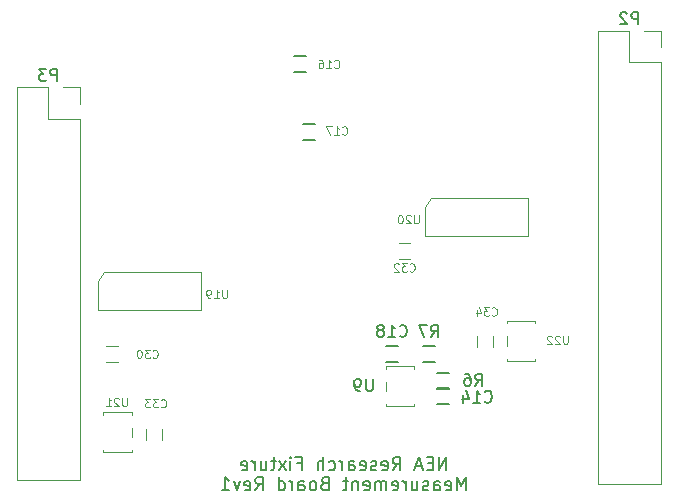
<source format=gbo>
G04 #@! TF.FileFunction,Legend,Bot*
%FSLAX46Y46*%
G04 Gerber Fmt 4.6, Leading zero omitted, Abs format (unit mm)*
G04 Created by KiCad (PCBNEW 4.0.1-stable) date 5/8/2017 10:12:07 PM*
%MOMM*%
G01*
G04 APERTURE LIST*
%ADD10C,0.100000*%
%ADD11C,0.150000*%
%ADD12C,0.120000*%
G04 APERTURE END LIST*
D10*
D11*
X9109846Y-18220219D02*
X9109846Y-17120219D01*
X8481275Y-18220219D01*
X8481275Y-17120219D01*
X7957465Y-17644029D02*
X7590799Y-17644029D01*
X7433656Y-18220219D02*
X7957465Y-18220219D01*
X7957465Y-17120219D01*
X7433656Y-17120219D01*
X7014608Y-17905933D02*
X6490799Y-17905933D01*
X7119370Y-18220219D02*
X6752703Y-17120219D01*
X6386037Y-18220219D01*
X4552704Y-18220219D02*
X4919370Y-17696410D01*
X5181275Y-18220219D02*
X5181275Y-17120219D01*
X4762228Y-17120219D01*
X4657466Y-17172600D01*
X4605085Y-17224981D01*
X4552704Y-17329743D01*
X4552704Y-17486886D01*
X4605085Y-17591648D01*
X4657466Y-17644029D01*
X4762228Y-17696410D01*
X5181275Y-17696410D01*
X3662228Y-18167838D02*
X3766990Y-18220219D01*
X3976513Y-18220219D01*
X4081275Y-18167838D01*
X4133656Y-18063076D01*
X4133656Y-17644029D01*
X4081275Y-17539267D01*
X3976513Y-17486886D01*
X3766990Y-17486886D01*
X3662228Y-17539267D01*
X3609847Y-17644029D01*
X3609847Y-17748790D01*
X4133656Y-17853552D01*
X3190799Y-18167838D02*
X3086037Y-18220219D01*
X2876513Y-18220219D01*
X2771752Y-18167838D01*
X2719371Y-18063076D01*
X2719371Y-18010695D01*
X2771752Y-17905933D01*
X2876513Y-17853552D01*
X3033656Y-17853552D01*
X3138418Y-17801171D01*
X3190799Y-17696410D01*
X3190799Y-17644029D01*
X3138418Y-17539267D01*
X3033656Y-17486886D01*
X2876513Y-17486886D01*
X2771752Y-17539267D01*
X1828895Y-18167838D02*
X1933657Y-18220219D01*
X2143180Y-18220219D01*
X2247942Y-18167838D01*
X2300323Y-18063076D01*
X2300323Y-17644029D01*
X2247942Y-17539267D01*
X2143180Y-17486886D01*
X1933657Y-17486886D01*
X1828895Y-17539267D01*
X1776514Y-17644029D01*
X1776514Y-17748790D01*
X2300323Y-17853552D01*
X833657Y-18220219D02*
X833657Y-17644029D01*
X886038Y-17539267D01*
X990800Y-17486886D01*
X1200323Y-17486886D01*
X1305085Y-17539267D01*
X833657Y-18167838D02*
X938419Y-18220219D01*
X1200323Y-18220219D01*
X1305085Y-18167838D01*
X1357466Y-18063076D01*
X1357466Y-17958314D01*
X1305085Y-17853552D01*
X1200323Y-17801171D01*
X938419Y-17801171D01*
X833657Y-17748790D01*
X309847Y-18220219D02*
X309847Y-17486886D01*
X309847Y-17696410D02*
X257466Y-17591648D01*
X205085Y-17539267D01*
X100323Y-17486886D01*
X-4438Y-17486886D01*
X-842533Y-18167838D02*
X-737771Y-18220219D01*
X-528248Y-18220219D01*
X-423486Y-18167838D01*
X-371105Y-18115457D01*
X-318724Y-18010695D01*
X-318724Y-17696410D01*
X-371105Y-17591648D01*
X-423486Y-17539267D01*
X-528248Y-17486886D01*
X-737771Y-17486886D01*
X-842533Y-17539267D01*
X-1313962Y-18220219D02*
X-1313962Y-17120219D01*
X-1785390Y-18220219D02*
X-1785390Y-17644029D01*
X-1733009Y-17539267D01*
X-1628247Y-17486886D01*
X-1471105Y-17486886D01*
X-1366343Y-17539267D01*
X-1313962Y-17591648D01*
X-3513961Y-17644029D02*
X-3147295Y-17644029D01*
X-3147295Y-18220219D02*
X-3147295Y-17120219D01*
X-3671104Y-17120219D01*
X-4090152Y-18220219D02*
X-4090152Y-17486886D01*
X-4090152Y-17120219D02*
X-4037771Y-17172600D01*
X-4090152Y-17224981D01*
X-4142533Y-17172600D01*
X-4090152Y-17120219D01*
X-4090152Y-17224981D01*
X-4509200Y-18220219D02*
X-5085390Y-17486886D01*
X-4509200Y-17486886D02*
X-5085390Y-18220219D01*
X-5347295Y-17486886D02*
X-5766343Y-17486886D01*
X-5504438Y-17120219D02*
X-5504438Y-18063076D01*
X-5556819Y-18167838D01*
X-5661581Y-18220219D01*
X-5766343Y-18220219D01*
X-6604437Y-17486886D02*
X-6604437Y-18220219D01*
X-6133009Y-17486886D02*
X-6133009Y-18063076D01*
X-6185390Y-18167838D01*
X-6290152Y-18220219D01*
X-6447294Y-18220219D01*
X-6552056Y-18167838D01*
X-6604437Y-18115457D01*
X-7128247Y-18220219D02*
X-7128247Y-17486886D01*
X-7128247Y-17696410D02*
X-7180628Y-17591648D01*
X-7233009Y-17539267D01*
X-7337771Y-17486886D01*
X-7442532Y-17486886D01*
X-8228246Y-18167838D02*
X-8123484Y-18220219D01*
X-7913961Y-18220219D01*
X-7809199Y-18167838D01*
X-7756818Y-18063076D01*
X-7756818Y-17644029D01*
X-7809199Y-17539267D01*
X-7913961Y-17486886D01*
X-8123484Y-17486886D01*
X-8228246Y-17539267D01*
X-8280627Y-17644029D01*
X-8280627Y-17748790D01*
X-7756818Y-17853552D01*
X10733655Y-19910219D02*
X10733655Y-18810219D01*
X10366989Y-19595933D01*
X10000322Y-18810219D01*
X10000322Y-19910219D01*
X9057465Y-19857838D02*
X9162227Y-19910219D01*
X9371750Y-19910219D01*
X9476512Y-19857838D01*
X9528893Y-19753076D01*
X9528893Y-19334029D01*
X9476512Y-19229267D01*
X9371750Y-19176886D01*
X9162227Y-19176886D01*
X9057465Y-19229267D01*
X9005084Y-19334029D01*
X9005084Y-19438790D01*
X9528893Y-19543552D01*
X8062227Y-19910219D02*
X8062227Y-19334029D01*
X8114608Y-19229267D01*
X8219370Y-19176886D01*
X8428893Y-19176886D01*
X8533655Y-19229267D01*
X8062227Y-19857838D02*
X8166989Y-19910219D01*
X8428893Y-19910219D01*
X8533655Y-19857838D01*
X8586036Y-19753076D01*
X8586036Y-19648314D01*
X8533655Y-19543552D01*
X8428893Y-19491171D01*
X8166989Y-19491171D01*
X8062227Y-19438790D01*
X7590798Y-19857838D02*
X7486036Y-19910219D01*
X7276512Y-19910219D01*
X7171751Y-19857838D01*
X7119370Y-19753076D01*
X7119370Y-19700695D01*
X7171751Y-19595933D01*
X7276512Y-19543552D01*
X7433655Y-19543552D01*
X7538417Y-19491171D01*
X7590798Y-19386410D01*
X7590798Y-19334029D01*
X7538417Y-19229267D01*
X7433655Y-19176886D01*
X7276512Y-19176886D01*
X7171751Y-19229267D01*
X6176513Y-19176886D02*
X6176513Y-19910219D01*
X6647941Y-19176886D02*
X6647941Y-19753076D01*
X6595560Y-19857838D01*
X6490798Y-19910219D01*
X6333656Y-19910219D01*
X6228894Y-19857838D01*
X6176513Y-19805457D01*
X5652703Y-19910219D02*
X5652703Y-19176886D01*
X5652703Y-19386410D02*
X5600322Y-19281648D01*
X5547941Y-19229267D01*
X5443179Y-19176886D01*
X5338418Y-19176886D01*
X4552704Y-19857838D02*
X4657466Y-19910219D01*
X4866989Y-19910219D01*
X4971751Y-19857838D01*
X5024132Y-19753076D01*
X5024132Y-19334029D01*
X4971751Y-19229267D01*
X4866989Y-19176886D01*
X4657466Y-19176886D01*
X4552704Y-19229267D01*
X4500323Y-19334029D01*
X4500323Y-19438790D01*
X5024132Y-19543552D01*
X4028894Y-19910219D02*
X4028894Y-19176886D01*
X4028894Y-19281648D02*
X3976513Y-19229267D01*
X3871751Y-19176886D01*
X3714609Y-19176886D01*
X3609847Y-19229267D01*
X3557466Y-19334029D01*
X3557466Y-19910219D01*
X3557466Y-19334029D02*
X3505085Y-19229267D01*
X3400323Y-19176886D01*
X3243180Y-19176886D01*
X3138418Y-19229267D01*
X3086037Y-19334029D01*
X3086037Y-19910219D01*
X2143180Y-19857838D02*
X2247942Y-19910219D01*
X2457465Y-19910219D01*
X2562227Y-19857838D01*
X2614608Y-19753076D01*
X2614608Y-19334029D01*
X2562227Y-19229267D01*
X2457465Y-19176886D01*
X2247942Y-19176886D01*
X2143180Y-19229267D01*
X2090799Y-19334029D01*
X2090799Y-19438790D01*
X2614608Y-19543552D01*
X1619370Y-19176886D02*
X1619370Y-19910219D01*
X1619370Y-19281648D02*
X1566989Y-19229267D01*
X1462227Y-19176886D01*
X1305085Y-19176886D01*
X1200323Y-19229267D01*
X1147942Y-19334029D01*
X1147942Y-19910219D01*
X781275Y-19176886D02*
X362227Y-19176886D01*
X624132Y-18810219D02*
X624132Y-19753076D01*
X571751Y-19857838D01*
X466989Y-19910219D01*
X362227Y-19910219D01*
X-1209200Y-19334029D02*
X-1366343Y-19386410D01*
X-1418724Y-19438790D01*
X-1471105Y-19543552D01*
X-1471105Y-19700695D01*
X-1418724Y-19805457D01*
X-1366343Y-19857838D01*
X-1261581Y-19910219D01*
X-842534Y-19910219D01*
X-842534Y-18810219D01*
X-1209200Y-18810219D01*
X-1313962Y-18862600D01*
X-1366343Y-18914981D01*
X-1418724Y-19019743D01*
X-1418724Y-19124505D01*
X-1366343Y-19229267D01*
X-1313962Y-19281648D01*
X-1209200Y-19334029D01*
X-842534Y-19334029D01*
X-2099677Y-19910219D02*
X-1994915Y-19857838D01*
X-1942534Y-19805457D01*
X-1890153Y-19700695D01*
X-1890153Y-19386410D01*
X-1942534Y-19281648D01*
X-1994915Y-19229267D01*
X-2099677Y-19176886D01*
X-2256819Y-19176886D01*
X-2361581Y-19229267D01*
X-2413962Y-19281648D01*
X-2466343Y-19386410D01*
X-2466343Y-19700695D01*
X-2413962Y-19805457D01*
X-2361581Y-19857838D01*
X-2256819Y-19910219D01*
X-2099677Y-19910219D01*
X-3409200Y-19910219D02*
X-3409200Y-19334029D01*
X-3356819Y-19229267D01*
X-3252057Y-19176886D01*
X-3042534Y-19176886D01*
X-2937772Y-19229267D01*
X-3409200Y-19857838D02*
X-3304438Y-19910219D01*
X-3042534Y-19910219D01*
X-2937772Y-19857838D01*
X-2885391Y-19753076D01*
X-2885391Y-19648314D01*
X-2937772Y-19543552D01*
X-3042534Y-19491171D01*
X-3304438Y-19491171D01*
X-3409200Y-19438790D01*
X-3933010Y-19910219D02*
X-3933010Y-19176886D01*
X-3933010Y-19386410D02*
X-3985391Y-19281648D01*
X-4037772Y-19229267D01*
X-4142534Y-19176886D01*
X-4247295Y-19176886D01*
X-5085390Y-19910219D02*
X-5085390Y-18810219D01*
X-5085390Y-19857838D02*
X-4980628Y-19910219D01*
X-4771105Y-19910219D01*
X-4666343Y-19857838D01*
X-4613962Y-19805457D01*
X-4561581Y-19700695D01*
X-4561581Y-19386410D01*
X-4613962Y-19281648D01*
X-4666343Y-19229267D01*
X-4771105Y-19176886D01*
X-4980628Y-19176886D01*
X-5085390Y-19229267D01*
X-7075866Y-19910219D02*
X-6709200Y-19386410D01*
X-6447295Y-19910219D02*
X-6447295Y-18810219D01*
X-6866342Y-18810219D01*
X-6971104Y-18862600D01*
X-7023485Y-18914981D01*
X-7075866Y-19019743D01*
X-7075866Y-19176886D01*
X-7023485Y-19281648D01*
X-6971104Y-19334029D01*
X-6866342Y-19386410D01*
X-6447295Y-19386410D01*
X-7966342Y-19857838D02*
X-7861580Y-19910219D01*
X-7652057Y-19910219D01*
X-7547295Y-19857838D01*
X-7494914Y-19753076D01*
X-7494914Y-19334029D01*
X-7547295Y-19229267D01*
X-7652057Y-19176886D01*
X-7861580Y-19176886D01*
X-7966342Y-19229267D01*
X-8018723Y-19334029D01*
X-8018723Y-19438790D01*
X-7494914Y-19543552D01*
X-8385390Y-19176886D02*
X-8647295Y-19910219D01*
X-8909199Y-19176886D01*
X-9904437Y-19910219D02*
X-9275866Y-19910219D01*
X-9590152Y-19910219D02*
X-9590152Y-18810219D01*
X-9485390Y-18967362D01*
X-9380628Y-19072124D01*
X-9275866Y-19124505D01*
D12*
X27265000Y16330000D02*
X27265000Y-19350000D01*
X27265000Y-19350000D02*
X21945000Y-19350000D01*
X21945000Y-19350000D02*
X21945000Y18990000D01*
X21945000Y18990000D02*
X24605000Y18990000D01*
X24605000Y18990000D02*
X24605000Y16330000D01*
X24605000Y16330000D02*
X27265000Y16330000D01*
X27265000Y17600000D02*
X27265000Y18990000D01*
X27265000Y18990000D02*
X25875000Y18990000D01*
X-21935000Y11530000D02*
X-21935000Y-19070000D01*
X-21935000Y-19070000D02*
X-27255000Y-19070000D01*
X-27255000Y-19070000D02*
X-27255000Y14190000D01*
X-27255000Y14190000D02*
X-24595000Y14190000D01*
X-24595000Y14190000D02*
X-24595000Y11530000D01*
X-24595000Y11530000D02*
X-21935000Y11530000D01*
X-21935000Y12800000D02*
X-21935000Y14190000D01*
X-21935000Y14190000D02*
X-23325000Y14190000D01*
X-20421600Y-4622800D02*
X-20167600Y-4622800D01*
X-20421600Y-4622800D02*
X-20421600Y-2209800D01*
X-20421600Y-2209800D02*
X-19913600Y-1447800D01*
X-19913600Y-1447800D02*
X-11658600Y-1447800D01*
X-19659600Y-1447800D02*
X-11658600Y-1447800D01*
X-20167600Y-4622800D02*
X-11658600Y-4622800D01*
X-11658600Y-4622800D02*
X-11658600Y-1447800D01*
X7285120Y1632220D02*
X7539120Y1632220D01*
X7285120Y1632220D02*
X7285120Y4045220D01*
X7285120Y4045220D02*
X7793120Y4807220D01*
X7793120Y4807220D02*
X16048120Y4807220D01*
X8047120Y4807220D02*
X16048120Y4807220D01*
X7539120Y1632220D02*
X16048120Y1632220D01*
X16048120Y1632220D02*
X16048120Y4807220D01*
D10*
X3975400Y-10730280D02*
X3975400Y-11530280D01*
X6375400Y-9630280D02*
X6375400Y-9430280D01*
X6375400Y-9430280D02*
X3975400Y-9430280D01*
X3975400Y-9430280D02*
X3975400Y-9630280D01*
X6375400Y-12630280D02*
X6375400Y-12830280D01*
X6375400Y-12830280D02*
X3975400Y-12830280D01*
X3975400Y-12830280D02*
X3975400Y-12630280D01*
X14211600Y-6892340D02*
X14211600Y-7692340D01*
X16611600Y-5792340D02*
X16611600Y-5592340D01*
X16611600Y-5592340D02*
X14211600Y-5592340D01*
X14211600Y-5592340D02*
X14211600Y-5792340D01*
X16611600Y-8792340D02*
X16611600Y-8992340D01*
X16611600Y-8992340D02*
X14211600Y-8992340D01*
X14211600Y-8992340D02*
X14211600Y-8792340D01*
X-17541540Y-15411400D02*
X-17541540Y-14611400D01*
X-19941540Y-16511400D02*
X-19941540Y-16711400D01*
X-19941540Y-16711400D02*
X-17541540Y-16711400D01*
X-17541540Y-16711400D02*
X-17541540Y-16511400D01*
X-19941540Y-13511400D02*
X-19941540Y-13311400D01*
X-19941540Y-13311400D02*
X-17541540Y-13311400D01*
X-17541540Y-13311400D02*
X-17541540Y-13511400D01*
D12*
X-18727800Y-7676600D02*
X-19727800Y-7676600D01*
X-19727800Y-9036600D02*
X-18727800Y-9036600D01*
X5060800Y-337600D02*
X6060800Y-337600D01*
X6060800Y1022400D02*
X5060800Y1022400D01*
X-16359420Y-14699360D02*
X-16359420Y-15699360D01*
X-14999420Y-15699360D02*
X-14999420Y-14699360D01*
X13090440Y-7830440D02*
X13090440Y-6830440D01*
X11730440Y-6830440D02*
X11730440Y-7830440D01*
D11*
X-3796920Y15454000D02*
X-2796920Y15454000D01*
X-2796920Y16804000D02*
X-3796920Y16804000D01*
X-3040000Y9728840D02*
X-2040000Y9728840D01*
X-2040000Y11078840D02*
X-3040000Y11078840D01*
X9323960Y-11265540D02*
X8323960Y-11265540D01*
X8323960Y-12615540D02*
X9323960Y-12615540D01*
X4005960Y-9059540D02*
X5005960Y-9059540D01*
X5005960Y-7709540D02*
X4005960Y-7709540D01*
X8323960Y-11345540D02*
X9323960Y-11345540D01*
X9323960Y-9995540D02*
X8323960Y-9995540D01*
X7135240Y-9062080D02*
X8135240Y-9062080D01*
X8135240Y-7712080D02*
X7135240Y-7712080D01*
X25343095Y19537619D02*
X25343095Y20537619D01*
X24962142Y20537619D01*
X24866904Y20490000D01*
X24819285Y20442381D01*
X24771666Y20347143D01*
X24771666Y20204286D01*
X24819285Y20109048D01*
X24866904Y20061429D01*
X24962142Y20013810D01*
X25343095Y20013810D01*
X24390714Y20442381D02*
X24343095Y20490000D01*
X24247857Y20537619D01*
X24009761Y20537619D01*
X23914523Y20490000D01*
X23866904Y20442381D01*
X23819285Y20347143D01*
X23819285Y20251905D01*
X23866904Y20109048D01*
X24438333Y19537619D01*
X23819285Y19537619D01*
X-23856905Y14737619D02*
X-23856905Y15737619D01*
X-24237858Y15737619D01*
X-24333096Y15690000D01*
X-24380715Y15642381D01*
X-24428334Y15547143D01*
X-24428334Y15404286D01*
X-24380715Y15309048D01*
X-24333096Y15261429D01*
X-24237858Y15213810D01*
X-23856905Y15213810D01*
X-24761667Y15737619D02*
X-25380715Y15737619D01*
X-25047381Y15356667D01*
X-25190239Y15356667D01*
X-25285477Y15309048D01*
X-25333096Y15261429D01*
X-25380715Y15166190D01*
X-25380715Y14928095D01*
X-25333096Y14832857D01*
X-25285477Y14785238D01*
X-25190239Y14737619D01*
X-24904524Y14737619D01*
X-24809286Y14785238D01*
X-24761667Y14832857D01*
D12*
X-9445734Y-2944067D02*
X-9445734Y-3510733D01*
X-9479067Y-3577400D01*
X-9512400Y-3610733D01*
X-9579067Y-3644067D01*
X-9712400Y-3644067D01*
X-9779067Y-3610733D01*
X-9812400Y-3577400D01*
X-9845734Y-3510733D01*
X-9845734Y-2944067D01*
X-10545733Y-3644067D02*
X-10145733Y-3644067D01*
X-10345733Y-3644067D02*
X-10345733Y-2944067D01*
X-10279067Y-3044067D01*
X-10212400Y-3110733D01*
X-10145733Y-3144067D01*
X-10879067Y-3644067D02*
X-11012400Y-3644067D01*
X-11079067Y-3610733D01*
X-11112400Y-3577400D01*
X-11179067Y-3477400D01*
X-11212400Y-3344067D01*
X-11212400Y-3077400D01*
X-11179067Y-3010733D01*
X-11145734Y-2977400D01*
X-11079067Y-2944067D01*
X-10945734Y-2944067D01*
X-10879067Y-2977400D01*
X-10845734Y-3010733D01*
X-10812400Y-3077400D01*
X-10812400Y-3244067D01*
X-10845734Y-3310733D01*
X-10879067Y-3344067D01*
X-10945734Y-3377400D01*
X-11079067Y-3377400D01*
X-11145734Y-3344067D01*
X-11179067Y-3310733D01*
X-11212400Y-3244067D01*
X6774706Y3377993D02*
X6774706Y2811327D01*
X6741373Y2744660D01*
X6708040Y2711327D01*
X6641373Y2677993D01*
X6508040Y2677993D01*
X6441373Y2711327D01*
X6408040Y2744660D01*
X6374706Y2811327D01*
X6374706Y3377993D01*
X6074707Y3311327D02*
X6041373Y3344660D01*
X5974707Y3377993D01*
X5808040Y3377993D01*
X5741373Y3344660D01*
X5708040Y3311327D01*
X5674707Y3244660D01*
X5674707Y3177993D01*
X5708040Y3077993D01*
X6108040Y2677993D01*
X5674707Y2677993D01*
X5241373Y3377993D02*
X5174706Y3377993D01*
X5108040Y3344660D01*
X5074706Y3311327D01*
X5041373Y3244660D01*
X5008040Y3111327D01*
X5008040Y2944660D01*
X5041373Y2811327D01*
X5074706Y2744660D01*
X5108040Y2711327D01*
X5174706Y2677993D01*
X5241373Y2677993D01*
X5308040Y2711327D01*
X5341373Y2744660D01*
X5374706Y2811327D01*
X5408040Y2944660D01*
X5408040Y3111327D01*
X5374706Y3244660D01*
X5341373Y3311327D01*
X5308040Y3344660D01*
X5241373Y3377993D01*
D11*
X2887305Y-10520661D02*
X2887305Y-11330185D01*
X2839686Y-11425423D01*
X2792067Y-11473042D01*
X2696829Y-11520661D01*
X2506352Y-11520661D01*
X2411114Y-11473042D01*
X2363495Y-11425423D01*
X2315876Y-11330185D01*
X2315876Y-10520661D01*
X1792067Y-11520661D02*
X1601591Y-11520661D01*
X1506352Y-11473042D01*
X1458733Y-11425423D01*
X1363495Y-11282566D01*
X1315876Y-11092090D01*
X1315876Y-10711137D01*
X1363495Y-10615899D01*
X1411114Y-10568280D01*
X1506352Y-10520661D01*
X1696829Y-10520661D01*
X1792067Y-10568280D01*
X1839686Y-10615899D01*
X1887305Y-10711137D01*
X1887305Y-10949232D01*
X1839686Y-11044470D01*
X1792067Y-11092090D01*
X1696829Y-11139709D01*
X1506352Y-11139709D01*
X1411114Y-11092090D01*
X1363495Y-11044470D01*
X1315876Y-10949232D01*
D12*
X19395966Y-6840427D02*
X19395966Y-7407093D01*
X19362633Y-7473760D01*
X19329300Y-7507093D01*
X19262633Y-7540427D01*
X19129300Y-7540427D01*
X19062633Y-7507093D01*
X19029300Y-7473760D01*
X18995966Y-7407093D01*
X18995966Y-6840427D01*
X18695967Y-6907093D02*
X18662633Y-6873760D01*
X18595967Y-6840427D01*
X18429300Y-6840427D01*
X18362633Y-6873760D01*
X18329300Y-6907093D01*
X18295967Y-6973760D01*
X18295967Y-7040427D01*
X18329300Y-7140427D01*
X18729300Y-7540427D01*
X18295967Y-7540427D01*
X18029300Y-6907093D02*
X17995966Y-6873760D01*
X17929300Y-6840427D01*
X17762633Y-6840427D01*
X17695966Y-6873760D01*
X17662633Y-6907093D01*
X17629300Y-6973760D01*
X17629300Y-7040427D01*
X17662633Y-7140427D01*
X18062633Y-7540427D01*
X17629300Y-7540427D01*
X-17924254Y-12110927D02*
X-17924254Y-12677593D01*
X-17957587Y-12744260D01*
X-17990920Y-12777593D01*
X-18057587Y-12810927D01*
X-18190920Y-12810927D01*
X-18257587Y-12777593D01*
X-18290920Y-12744260D01*
X-18324254Y-12677593D01*
X-18324254Y-12110927D01*
X-18624253Y-12177593D02*
X-18657587Y-12144260D01*
X-18724253Y-12110927D01*
X-18890920Y-12110927D01*
X-18957587Y-12144260D01*
X-18990920Y-12177593D01*
X-19024253Y-12244260D01*
X-19024253Y-12310927D01*
X-18990920Y-12410927D01*
X-18590920Y-12810927D01*
X-19024253Y-12810927D01*
X-19690920Y-12810927D02*
X-19290920Y-12810927D01*
X-19490920Y-12810927D02*
X-19490920Y-12110927D01*
X-19424254Y-12210927D01*
X-19357587Y-12277593D01*
X-19290920Y-12310927D01*
X-15755200Y-8657400D02*
X-15721866Y-8690733D01*
X-15621866Y-8724067D01*
X-15555200Y-8724067D01*
X-15455200Y-8690733D01*
X-15388533Y-8624067D01*
X-15355200Y-8557400D01*
X-15321866Y-8424067D01*
X-15321866Y-8324067D01*
X-15355200Y-8190733D01*
X-15388533Y-8124067D01*
X-15455200Y-8057400D01*
X-15555200Y-8024067D01*
X-15621866Y-8024067D01*
X-15721866Y-8057400D01*
X-15755200Y-8090733D01*
X-15988533Y-8024067D02*
X-16421866Y-8024067D01*
X-16188533Y-8290733D01*
X-16288533Y-8290733D01*
X-16355200Y-8324067D01*
X-16388533Y-8357400D01*
X-16421866Y-8424067D01*
X-16421866Y-8590733D01*
X-16388533Y-8657400D01*
X-16355200Y-8690733D01*
X-16288533Y-8724067D01*
X-16088533Y-8724067D01*
X-16021866Y-8690733D01*
X-15988533Y-8657400D01*
X-16855200Y-8024067D02*
X-16921867Y-8024067D01*
X-16988533Y-8057400D01*
X-17021867Y-8090733D01*
X-17055200Y-8157400D01*
X-17088533Y-8290733D01*
X-17088533Y-8457400D01*
X-17055200Y-8590733D01*
X-17021867Y-8657400D01*
X-16988533Y-8690733D01*
X-16921867Y-8724067D01*
X-16855200Y-8724067D01*
X-16788533Y-8690733D01*
X-16755200Y-8657400D01*
X-16721867Y-8590733D01*
X-16688533Y-8457400D01*
X-16688533Y-8290733D01*
X-16721867Y-8157400D01*
X-16755200Y-8090733D01*
X-16788533Y-8057400D01*
X-16855200Y-8024067D01*
X6010800Y-1337600D02*
X6044134Y-1370933D01*
X6144134Y-1404267D01*
X6210800Y-1404267D01*
X6310800Y-1370933D01*
X6377467Y-1304267D01*
X6410800Y-1237600D01*
X6444134Y-1104267D01*
X6444134Y-1004267D01*
X6410800Y-870933D01*
X6377467Y-804267D01*
X6310800Y-737600D01*
X6210800Y-704267D01*
X6144134Y-704267D01*
X6044134Y-737600D01*
X6010800Y-770933D01*
X5777467Y-704267D02*
X5344134Y-704267D01*
X5577467Y-970933D01*
X5477467Y-970933D01*
X5410800Y-1004267D01*
X5377467Y-1037600D01*
X5344134Y-1104267D01*
X5344134Y-1270933D01*
X5377467Y-1337600D01*
X5410800Y-1370933D01*
X5477467Y-1404267D01*
X5677467Y-1404267D01*
X5744134Y-1370933D01*
X5777467Y-1337600D01*
X5077467Y-770933D02*
X5044133Y-737600D01*
X4977467Y-704267D01*
X4810800Y-704267D01*
X4744133Y-737600D01*
X4710800Y-770933D01*
X4677467Y-837600D01*
X4677467Y-904267D01*
X4710800Y-1004267D01*
X5110800Y-1404267D01*
X4677467Y-1404267D01*
X-15046540Y-12848400D02*
X-15013206Y-12881733D01*
X-14913206Y-12915067D01*
X-14846540Y-12915067D01*
X-14746540Y-12881733D01*
X-14679873Y-12815067D01*
X-14646540Y-12748400D01*
X-14613206Y-12615067D01*
X-14613206Y-12515067D01*
X-14646540Y-12381733D01*
X-14679873Y-12315067D01*
X-14746540Y-12248400D01*
X-14846540Y-12215067D01*
X-14913206Y-12215067D01*
X-15013206Y-12248400D01*
X-15046540Y-12281733D01*
X-15279873Y-12215067D02*
X-15713206Y-12215067D01*
X-15479873Y-12481733D01*
X-15579873Y-12481733D01*
X-15646540Y-12515067D01*
X-15679873Y-12548400D01*
X-15713206Y-12615067D01*
X-15713206Y-12781733D01*
X-15679873Y-12848400D01*
X-15646540Y-12881733D01*
X-15579873Y-12915067D01*
X-15379873Y-12915067D01*
X-15313206Y-12881733D01*
X-15279873Y-12848400D01*
X-15946540Y-12215067D02*
X-16379873Y-12215067D01*
X-16146540Y-12481733D01*
X-16246540Y-12481733D01*
X-16313207Y-12515067D01*
X-16346540Y-12548400D01*
X-16379873Y-12615067D01*
X-16379873Y-12781733D01*
X-16346540Y-12848400D01*
X-16313207Y-12881733D01*
X-16246540Y-12915067D01*
X-16046540Y-12915067D01*
X-15979873Y-12881733D01*
X-15946540Y-12848400D01*
X12962040Y-5078540D02*
X12995374Y-5111873D01*
X13095374Y-5145207D01*
X13162040Y-5145207D01*
X13262040Y-5111873D01*
X13328707Y-5045207D01*
X13362040Y-4978540D01*
X13395374Y-4845207D01*
X13395374Y-4745207D01*
X13362040Y-4611873D01*
X13328707Y-4545207D01*
X13262040Y-4478540D01*
X13162040Y-4445207D01*
X13095374Y-4445207D01*
X12995374Y-4478540D01*
X12962040Y-4511873D01*
X12728707Y-4445207D02*
X12295374Y-4445207D01*
X12528707Y-4711873D01*
X12428707Y-4711873D01*
X12362040Y-4745207D01*
X12328707Y-4778540D01*
X12295374Y-4845207D01*
X12295374Y-5011873D01*
X12328707Y-5078540D01*
X12362040Y-5111873D01*
X12428707Y-5145207D01*
X12628707Y-5145207D01*
X12695374Y-5111873D01*
X12728707Y-5078540D01*
X11695373Y-4678540D02*
X11695373Y-5145207D01*
X11862040Y-4411873D02*
X12028707Y-4911873D01*
X11595373Y-4911873D01*
X-378040Y15894240D02*
X-344706Y15860907D01*
X-244706Y15827573D01*
X-178040Y15827573D01*
X-78040Y15860907D01*
X-11373Y15927573D01*
X21960Y15994240D01*
X55294Y16127573D01*
X55294Y16227573D01*
X21960Y16360907D01*
X-11373Y16427573D01*
X-78040Y16494240D01*
X-178040Y16527573D01*
X-244706Y16527573D01*
X-344706Y16494240D01*
X-378040Y16460907D01*
X-1044706Y15827573D02*
X-644706Y15827573D01*
X-844706Y15827573D02*
X-844706Y16527573D01*
X-778040Y16427573D01*
X-711373Y16360907D01*
X-644706Y16327573D01*
X-1644707Y16527573D02*
X-1511373Y16527573D01*
X-1444707Y16494240D01*
X-1411373Y16460907D01*
X-1344707Y16360907D01*
X-1311373Y16227573D01*
X-1311373Y15960907D01*
X-1344707Y15894240D01*
X-1378040Y15860907D01*
X-1444707Y15827573D01*
X-1578040Y15827573D01*
X-1644707Y15860907D01*
X-1678040Y15894240D01*
X-1711373Y15960907D01*
X-1711373Y16127573D01*
X-1678040Y16194240D01*
X-1644707Y16227573D01*
X-1578040Y16260907D01*
X-1444707Y16260907D01*
X-1378040Y16227573D01*
X-1344707Y16194240D01*
X-1311373Y16127573D01*
X287440Y10245280D02*
X320774Y10211947D01*
X420774Y10178613D01*
X487440Y10178613D01*
X587440Y10211947D01*
X654107Y10278613D01*
X687440Y10345280D01*
X720774Y10478613D01*
X720774Y10578613D01*
X687440Y10711947D01*
X654107Y10778613D01*
X587440Y10845280D01*
X487440Y10878613D01*
X420774Y10878613D01*
X320774Y10845280D01*
X287440Y10811947D01*
X-379226Y10178613D02*
X20774Y10178613D01*
X-179226Y10178613D02*
X-179226Y10878613D01*
X-112560Y10778613D01*
X-45893Y10711947D01*
X20774Y10678613D01*
X-612560Y10878613D02*
X-1079227Y10878613D01*
X-779227Y10178613D01*
D11*
X12352257Y-12396743D02*
X12399876Y-12444362D01*
X12542733Y-12491981D01*
X12637971Y-12491981D01*
X12780829Y-12444362D01*
X12876067Y-12349124D01*
X12923686Y-12253886D01*
X12971305Y-12063410D01*
X12971305Y-11920552D01*
X12923686Y-11730076D01*
X12876067Y-11634838D01*
X12780829Y-11539600D01*
X12637971Y-11491981D01*
X12542733Y-11491981D01*
X12399876Y-11539600D01*
X12352257Y-11587219D01*
X11399876Y-12491981D02*
X11971305Y-12491981D01*
X11685591Y-12491981D02*
X11685591Y-11491981D01*
X11780829Y-11634838D01*
X11876067Y-11730076D01*
X11971305Y-11777695D01*
X10542733Y-11825314D02*
X10542733Y-12491981D01*
X10780829Y-11444362D02*
X11018924Y-12158648D01*
X10399876Y-12158648D01*
X5148817Y-6841683D02*
X5196436Y-6889302D01*
X5339293Y-6936921D01*
X5434531Y-6936921D01*
X5577389Y-6889302D01*
X5672627Y-6794064D01*
X5720246Y-6698826D01*
X5767865Y-6508350D01*
X5767865Y-6365492D01*
X5720246Y-6175016D01*
X5672627Y-6079778D01*
X5577389Y-5984540D01*
X5434531Y-5936921D01*
X5339293Y-5936921D01*
X5196436Y-5984540D01*
X5148817Y-6032159D01*
X4196436Y-6936921D02*
X4767865Y-6936921D01*
X4482151Y-6936921D02*
X4482151Y-5936921D01*
X4577389Y-6079778D01*
X4672627Y-6175016D01*
X4767865Y-6222635D01*
X3625008Y-6365492D02*
X3720246Y-6317873D01*
X3767865Y-6270254D01*
X3815484Y-6175016D01*
X3815484Y-6127397D01*
X3767865Y-6032159D01*
X3720246Y-5984540D01*
X3625008Y-5936921D01*
X3434531Y-5936921D01*
X3339293Y-5984540D01*
X3291674Y-6032159D01*
X3244055Y-6127397D01*
X3244055Y-6175016D01*
X3291674Y-6270254D01*
X3339293Y-6317873D01*
X3434531Y-6365492D01*
X3625008Y-6365492D01*
X3720246Y-6413111D01*
X3767865Y-6460730D01*
X3815484Y-6555969D01*
X3815484Y-6746445D01*
X3767865Y-6841683D01*
X3720246Y-6889302D01*
X3625008Y-6936921D01*
X3434531Y-6936921D01*
X3339293Y-6889302D01*
X3291674Y-6841683D01*
X3244055Y-6746445D01*
X3244055Y-6555969D01*
X3291674Y-6460730D01*
X3339293Y-6413111D01*
X3434531Y-6365492D01*
X11571266Y-11069581D02*
X11904600Y-10593390D01*
X12142695Y-11069581D02*
X12142695Y-10069581D01*
X11761742Y-10069581D01*
X11666504Y-10117200D01*
X11618885Y-10164819D01*
X11571266Y-10260057D01*
X11571266Y-10402914D01*
X11618885Y-10498152D01*
X11666504Y-10545771D01*
X11761742Y-10593390D01*
X12142695Y-10593390D01*
X10714123Y-10069581D02*
X10904600Y-10069581D01*
X10999838Y-10117200D01*
X11047457Y-10164819D01*
X11142695Y-10307676D01*
X11190314Y-10498152D01*
X11190314Y-10879105D01*
X11142695Y-10974343D01*
X11095076Y-11021962D01*
X10999838Y-11069581D01*
X10809361Y-11069581D01*
X10714123Y-11021962D01*
X10666504Y-10974343D01*
X10618885Y-10879105D01*
X10618885Y-10641010D01*
X10666504Y-10545771D01*
X10714123Y-10498152D01*
X10809361Y-10450533D01*
X10999838Y-10450533D01*
X11095076Y-10498152D01*
X11142695Y-10545771D01*
X11190314Y-10641010D01*
X7801906Y-6939461D02*
X8135240Y-6463270D01*
X8373335Y-6939461D02*
X8373335Y-5939461D01*
X7992382Y-5939461D01*
X7897144Y-5987080D01*
X7849525Y-6034699D01*
X7801906Y-6129937D01*
X7801906Y-6272794D01*
X7849525Y-6368032D01*
X7897144Y-6415651D01*
X7992382Y-6463270D01*
X8373335Y-6463270D01*
X7468573Y-5939461D02*
X6801906Y-5939461D01*
X7230478Y-6939461D01*
M02*

</source>
